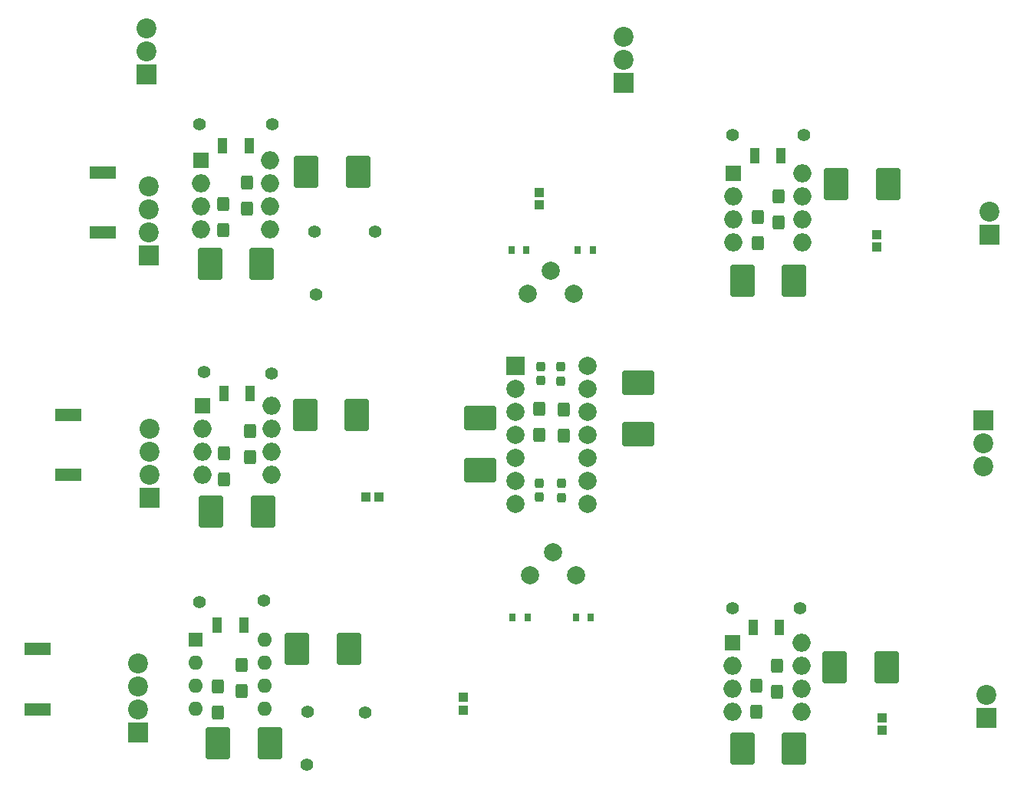
<source format=gbr>
%TF.GenerationSoftware,KiCad,Pcbnew,7.0.5*%
%TF.CreationDate,2023-07-31T13:29:29+02:00*%
%TF.ProjectId,Byaxon_2D_V1,42796178-6f6e-45f3-9244-5f56312e6b69,rev?*%
%TF.SameCoordinates,Original*%
%TF.FileFunction,Soldermask,Bot*%
%TF.FilePolarity,Negative*%
%FSLAX46Y46*%
G04 Gerber Fmt 4.6, Leading zero omitted, Abs format (unit mm)*
G04 Created by KiCad (PCBNEW 7.0.5) date 2023-07-31 13:29:29*
%MOMM*%
%LPD*%
G01*
G04 APERTURE LIST*
G04 Aperture macros list*
%AMRoundRect*
0 Rectangle with rounded corners*
0 $1 Rounding radius*
0 $2 $3 $4 $5 $6 $7 $8 $9 X,Y pos of 4 corners*
0 Add a 4 corners polygon primitive as box body*
4,1,4,$2,$3,$4,$5,$6,$7,$8,$9,$2,$3,0*
0 Add four circle primitives for the rounded corners*
1,1,$1+$1,$2,$3*
1,1,$1+$1,$4,$5*
1,1,$1+$1,$6,$7*
1,1,$1+$1,$8,$9*
0 Add four rect primitives between the rounded corners*
20,1,$1+$1,$2,$3,$4,$5,0*
20,1,$1+$1,$4,$5,$6,$7,0*
20,1,$1+$1,$6,$7,$8,$9,0*
20,1,$1+$1,$8,$9,$2,$3,0*%
G04 Aperture macros list end*
%ADD10R,1.800000X1.800000*%
%ADD11O,2.000000X2.000000*%
%ADD12C,1.400000*%
%ADD13C,2.000000*%
%ADD14R,2.200000X2.200000*%
%ADD15C,2.200000*%
%ADD16R,2.000000X2.000000*%
%ADD17R,1.600000X1.600000*%
%ADD18O,1.600000X1.600000*%
%ADD19R,2.900000X1.450000*%
%ADD20R,1.000000X1.750000*%
%ADD21RoundRect,0.250000X0.425000X-0.537500X0.425000X0.537500X-0.425000X0.537500X-0.425000X-0.537500X0*%
%ADD22R,1.000000X1.000000*%
%ADD23RoundRect,0.250000X-1.112500X-1.500000X1.112500X-1.500000X1.112500X1.500000X-1.112500X1.500000X0*%
%ADD24RoundRect,0.250000X1.112500X1.500000X-1.112500X1.500000X-1.112500X-1.500000X1.112500X-1.500000X0*%
%ADD25RoundRect,0.250000X0.250000X-0.280000X0.250000X0.280000X-0.250000X0.280000X-0.250000X-0.280000X0*%
%ADD26RoundRect,0.250000X-0.250000X0.280000X-0.250000X-0.280000X0.250000X-0.280000X0.250000X0.280000X0*%
%ADD27R,0.762000X0.939800*%
%ADD28RoundRect,0.250000X1.500000X-1.112500X1.500000X1.112500X-1.500000X1.112500X-1.500000X-1.112500X0*%
%ADD29RoundRect,0.250000X-0.425000X0.537500X-0.425000X-0.537500X0.425000X-0.537500X0.425000X0.537500X0*%
G04 APERTURE END LIST*
D10*
%TO.C,INA217_9*%
X116500000Y-109160000D03*
D11*
X116500000Y-111700000D03*
X116500000Y-114240000D03*
X116500000Y-116780000D03*
X124120000Y-116780000D03*
X124120000Y-114240000D03*
X124120000Y-111700000D03*
X124120000Y-109160000D03*
%TD*%
D12*
%TO.C,J6*%
X65700000Y-51900000D03*
%TD*%
%TO.C,J8*%
X124400000Y-53100000D03*
%TD*%
%TO.C,J14*%
X70400000Y-63725000D03*
%TD*%
%TO.C,J2*%
X64750000Y-104500000D03*
%TD*%
D13*
%TO.C,VR2*%
X94200000Y-101700000D03*
X96740000Y-99160000D03*
X99280000Y-101700000D03*
%TD*%
D12*
%TO.C,J16*%
X69600000Y-116700000D03*
%TD*%
D14*
%TO.C,connAlimen1*%
X144200000Y-84600000D03*
D15*
X144200000Y-87140000D03*
X144200000Y-89680000D03*
%TD*%
D14*
%TO.C,gradOutPut3*%
X144500000Y-117390000D03*
D15*
X144500000Y-114850000D03*
%TD*%
D13*
%TO.C,VR1*%
X93900000Y-70600000D03*
X96440000Y-68060000D03*
X98980000Y-70600000D03*
%TD*%
D10*
%TO.C,INA217_7*%
X58000000Y-83000000D03*
D11*
X58000000Y-85540000D03*
X58000000Y-88080000D03*
X58000000Y-90620000D03*
X65620000Y-90620000D03*
X65620000Y-88080000D03*
X65620000Y-85540000D03*
X65620000Y-83000000D03*
%TD*%
D12*
%TO.C,J12*%
X70500000Y-70725000D03*
%TD*%
%TO.C,J18*%
X69500000Y-122600000D03*
%TD*%
D14*
%TO.C,Lemo5*%
X52200000Y-93137500D03*
D15*
X52200000Y-90597500D03*
X52200000Y-88057500D03*
X52200000Y-85517500D03*
%TD*%
D16*
%TO.C,U1*%
X92530500Y-78570000D03*
D13*
X92530500Y-81110000D03*
X92530500Y-83650000D03*
X92530500Y-86190000D03*
X92530500Y-88730000D03*
X92530500Y-91270000D03*
X92530500Y-93810000D03*
X100470500Y-93810000D03*
X100470500Y-91270000D03*
X100470500Y-88730000D03*
X100470500Y-86190000D03*
X100470500Y-83650000D03*
X100470500Y-81110000D03*
X100470500Y-78570000D03*
%TD*%
D12*
%TO.C,J4*%
X65620000Y-79400000D03*
%TD*%
D10*
%TO.C,INA217_1*%
X57880000Y-55867500D03*
D11*
X57880000Y-58407500D03*
X57880000Y-60947500D03*
X57880000Y-63487500D03*
X65500000Y-63487500D03*
X65500000Y-60947500D03*
X65500000Y-58407500D03*
X65500000Y-55867500D03*
%TD*%
D14*
%TO.C,Lemo6*%
X52100000Y-66380000D03*
D15*
X52100000Y-63840000D03*
X52100000Y-61300000D03*
X52100000Y-58760000D03*
%TD*%
D12*
%TO.C,J3*%
X58220000Y-79220000D03*
%TD*%
D14*
%TO.C,connAlimen9v1*%
X104500000Y-47300000D03*
D15*
X104500000Y-44760000D03*
X104500000Y-42220000D03*
%TD*%
%TO.C,gradOutPut4*%
X144900000Y-61500000D03*
D14*
X144900000Y-64040000D03*
%TD*%
%TO.C,connPotes2*%
X51800000Y-46400000D03*
D15*
X51800000Y-43860000D03*
X51800000Y-41320000D03*
%TD*%
D14*
%TO.C,Lemo4*%
X50900000Y-119020000D03*
D15*
X50900000Y-116480000D03*
X50900000Y-113940000D03*
X50900000Y-111400000D03*
%TD*%
D12*
%TO.C,J9*%
X116500000Y-105300000D03*
%TD*%
%TO.C,J13*%
X77100000Y-63725000D03*
%TD*%
D10*
%TO.C,INA217_8*%
X116600000Y-57300000D03*
D11*
X116600000Y-59840000D03*
X116600000Y-62380000D03*
X116600000Y-64920000D03*
X124220000Y-64920000D03*
X124220000Y-62380000D03*
X124220000Y-59840000D03*
X124220000Y-57300000D03*
%TD*%
D17*
%TO.C,INA217_6*%
X57260000Y-108780000D03*
D18*
X57260000Y-111320000D03*
X57260000Y-113860000D03*
X57260000Y-116400000D03*
X64880000Y-116400000D03*
X64880000Y-113860000D03*
X64880000Y-111320000D03*
X64880000Y-108780000D03*
%TD*%
D12*
%TO.C,J5*%
X57700000Y-51887500D03*
%TD*%
%TO.C,J10*%
X124000000Y-105300000D03*
%TD*%
%TO.C,J1*%
X57700000Y-104600000D03*
%TD*%
%TO.C,J7*%
X116500000Y-53100000D03*
%TD*%
%TO.C,J15*%
X76000000Y-116800000D03*
%TD*%
D19*
%TO.C,R2*%
X39800000Y-109800000D03*
X39800000Y-116450000D03*
%TD*%
D20*
%TO.C,R5*%
X59650000Y-107200000D03*
X62550000Y-107200000D03*
%TD*%
D21*
%TO.C,C36*%
X59700000Y-116800000D03*
X59700000Y-113925000D03*
%TD*%
%TO.C,C39*%
X62900000Y-61162500D03*
X62900000Y-58287500D03*
%TD*%
D22*
%TO.C,R15*%
X76050000Y-93050000D03*
X77450000Y-93050000D03*
%TD*%
D21*
%TO.C,C22*%
X119300000Y-65037500D03*
X119300000Y-62162500D03*
%TD*%
D23*
%TO.C,C38*%
X58837500Y-67287500D03*
X64562500Y-67287500D03*
%TD*%
D24*
%TO.C,C25*%
X133525000Y-111800000D03*
X127800000Y-111800000D03*
%TD*%
D23*
%TO.C,C34*%
X58957500Y-94620000D03*
X64682500Y-94620000D03*
%TD*%
D25*
%TO.C,R6*%
X95370500Y-80180000D03*
X95370500Y-78640000D03*
%TD*%
D19*
%TO.C,R1*%
X43200000Y-90600000D03*
X43200000Y-83950000D03*
%TD*%
D26*
%TO.C,R28*%
X97570500Y-78670000D03*
X97570500Y-80210000D03*
%TD*%
D21*
%TO.C,C27*%
X121600000Y-62700000D03*
X121600000Y-59825000D03*
%TD*%
D24*
%TO.C,C37*%
X75162500Y-57125000D03*
X69437500Y-57125000D03*
%TD*%
D20*
%TO.C,R4*%
X60370000Y-81620000D03*
X63270000Y-81620000D03*
%TD*%
D27*
%TO.C,R10*%
X99400000Y-65800000D03*
X101076400Y-65800000D03*
%TD*%
D26*
%TO.C,R7*%
X95170500Y-91510000D03*
X95170500Y-93050000D03*
%TD*%
D28*
%TO.C,C1*%
X88670500Y-90072500D03*
X88670500Y-84347500D03*
%TD*%
D24*
%TO.C,C29*%
X133662500Y-58500000D03*
X127937500Y-58500000D03*
%TD*%
D27*
%TO.C,R9*%
X92100000Y-65800000D03*
X93776400Y-65800000D03*
%TD*%
D24*
%TO.C,C33*%
X74162500Y-109800000D03*
X68437500Y-109800000D03*
%TD*%
D21*
%TO.C,C4*%
X97870500Y-86247500D03*
X97870500Y-83372500D03*
%TD*%
D22*
%TO.C,R13*%
X95200000Y-60800000D03*
X95200000Y-59400000D03*
%TD*%
D20*
%TO.C,R20*%
X118950000Y-55400000D03*
X121850000Y-55400000D03*
%TD*%
D22*
%TO.C,R16*%
X86800000Y-115150000D03*
X86800000Y-116550000D03*
%TD*%
D21*
%TO.C,C40*%
X60420000Y-91057500D03*
X60420000Y-88182500D03*
%TD*%
D29*
%TO.C,C3*%
X95170500Y-83335000D03*
X95170500Y-86210000D03*
%TD*%
D21*
%TO.C,C23*%
X63220000Y-88657500D03*
X63220000Y-85782500D03*
%TD*%
%TO.C,C32*%
X60300000Y-63562500D03*
X60300000Y-60687500D03*
%TD*%
D20*
%TO.C,R14*%
X118800000Y-107400000D03*
X121700000Y-107400000D03*
%TD*%
D23*
%TO.C,C30*%
X117575000Y-120800000D03*
X123300000Y-120800000D03*
%TD*%
D22*
%TO.C,R18*%
X133000000Y-118800000D03*
X133000000Y-117400000D03*
%TD*%
D20*
%TO.C,R26*%
X60250000Y-54287500D03*
X63150000Y-54287500D03*
%TD*%
D23*
%TO.C,C21*%
X117600000Y-69200000D03*
X123325000Y-69200000D03*
%TD*%
D25*
%TO.C,R8*%
X97670500Y-93080000D03*
X97670500Y-91540000D03*
%TD*%
D28*
%TO.C,C2*%
X106070500Y-86110000D03*
X106070500Y-80385000D03*
%TD*%
D24*
%TO.C,C24*%
X75062500Y-84000000D03*
X69337500Y-84000000D03*
%TD*%
D21*
%TO.C,C35*%
X62300000Y-114437500D03*
X62300000Y-111562500D03*
%TD*%
D27*
%TO.C,R11*%
X92201800Y-106360000D03*
X93878200Y-106360000D03*
%TD*%
D23*
%TO.C,C26*%
X59737500Y-120200000D03*
X65462500Y-120200000D03*
%TD*%
D19*
%TO.C,R3*%
X47000000Y-63850000D03*
X47000000Y-57200000D03*
%TD*%
D22*
%TO.C,R19*%
X132400000Y-65450000D03*
X132400000Y-64050000D03*
%TD*%
D27*
%TO.C,R12*%
X99201800Y-106360000D03*
X100878200Y-106360000D03*
%TD*%
D21*
%TO.C,C31*%
X121400000Y-114575000D03*
X121400000Y-111700000D03*
%TD*%
%TO.C,C28*%
X119100000Y-116775000D03*
X119100000Y-113900000D03*
%TD*%
M02*

</source>
